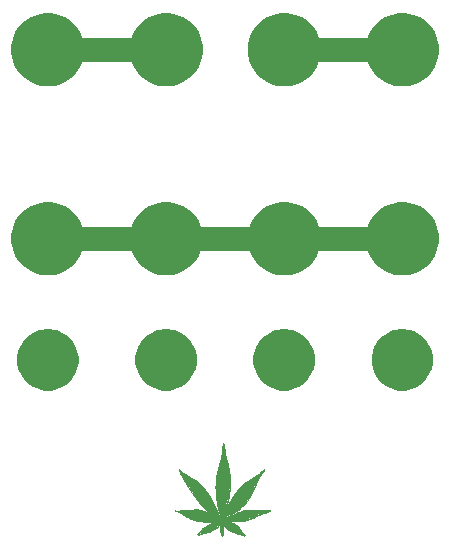
<source format=gbr>
G04 #@! TF.GenerationSoftware,KiCad,Pcbnew,(5.1.5-0)*
G04 #@! TF.CreationDate,2021-01-20T17:01:45-08:00*
G04 #@! TF.ProjectId,4seq,34736571-2e6b-4696-9361-645f70636258,rev?*
G04 #@! TF.SameCoordinates,Original*
G04 #@! TF.FileFunction,Soldermask,Top*
G04 #@! TF.FilePolarity,Negative*
%FSLAX46Y46*%
G04 Gerber Fmt 4.6, Leading zero omitted, Abs format (unit mm)*
G04 Created by KiCad (PCBNEW (5.1.5-0)) date 2021-01-20 17:01:45*
%MOMM*%
%LPD*%
G04 APERTURE LIST*
%ADD10C,2.000000*%
%ADD11C,0.100000*%
%ADD12C,0.000002*%
%ADD13C,0.001000*%
G04 APERTURE END LIST*
D10*
X15250000Y-83750000D02*
X5250000Y-83750000D01*
X35250000Y-83750000D02*
X25250000Y-83750000D01*
X35250000Y-99750000D02*
X5250000Y-99750000D01*
D11*
G36*
X20660400Y-123747650D02*
G01*
X21212850Y-124027050D01*
X21539875Y-124354075D01*
X21674813Y-124584263D01*
X21906588Y-124854138D01*
X21600200Y-124770000D01*
X21346200Y-124693800D01*
X21168400Y-124630300D01*
X20793750Y-124496950D01*
X20434975Y-124303275D01*
X20174625Y-124017525D01*
X20050800Y-123855600D01*
X20114300Y-123893700D01*
X20088900Y-123830200D01*
X20152400Y-123658750D01*
X20660400Y-123747650D01*
G37*
X20660400Y-123747650D02*
X21212850Y-124027050D01*
X21539875Y-124354075D01*
X21674813Y-124584263D01*
X21906588Y-124854138D01*
X21600200Y-124770000D01*
X21346200Y-124693800D01*
X21168400Y-124630300D01*
X20793750Y-124496950D01*
X20434975Y-124303275D01*
X20174625Y-124017525D01*
X20050800Y-123855600D01*
X20114300Y-123893700D01*
X20088900Y-123830200D01*
X20152400Y-123658750D01*
X20660400Y-123747650D01*
G36*
X19866650Y-123766700D02*
G01*
X19498350Y-124198500D01*
X19060200Y-124471550D01*
X18679200Y-124611250D01*
X17929900Y-124776350D01*
X18412500Y-124249300D01*
X18806200Y-123982600D01*
X19174500Y-123779400D01*
X19644400Y-123703200D01*
X19669800Y-123703200D01*
X19866650Y-123766700D01*
G37*
X19866650Y-123766700D02*
X19498350Y-124198500D01*
X19060200Y-124471550D01*
X18679200Y-124611250D01*
X17929900Y-124776350D01*
X18412500Y-124249300D01*
X18806200Y-123982600D01*
X19174500Y-123779400D01*
X19644400Y-123703200D01*
X19669800Y-123703200D01*
X19866650Y-123766700D01*
G36*
X23073400Y-122738000D02*
G01*
X23505200Y-122763400D01*
X24083207Y-122773943D01*
X23403600Y-122928500D01*
X22971800Y-123119000D01*
X22628900Y-123334900D01*
X22209800Y-123500000D01*
X21676400Y-123588900D01*
X21231900Y-123614300D01*
X20654050Y-123595250D01*
X20076200Y-123576200D01*
X20012700Y-123500000D01*
X20228600Y-123436500D01*
X20235585Y-123385700D01*
X20551815Y-123258700D01*
X21085850Y-123030100D01*
X21638300Y-122826900D01*
X22032000Y-122712600D01*
X22476500Y-122712600D01*
X23073400Y-122738000D01*
G37*
X23073400Y-122738000D02*
X23505200Y-122763400D01*
X24083207Y-122773943D01*
X23403600Y-122928500D01*
X22971800Y-123119000D01*
X22628900Y-123334900D01*
X22209800Y-123500000D01*
X21676400Y-123588900D01*
X21231900Y-123614300D01*
X20654050Y-123595250D01*
X20076200Y-123576200D01*
X20012700Y-123500000D01*
X20228600Y-123436500D01*
X20235585Y-123385700D01*
X20551815Y-123258700D01*
X21085850Y-123030100D01*
X21638300Y-122826900D01*
X22032000Y-122712600D01*
X22476500Y-122712600D01*
X23073400Y-122738000D01*
G36*
X23060700Y-120083700D02*
G01*
X22819400Y-120579000D01*
X22616200Y-121036200D01*
X22355850Y-121556900D01*
X22082800Y-121912500D01*
X21771650Y-122325250D01*
X21301750Y-122718950D01*
X20800100Y-123055500D01*
X19695200Y-123652400D01*
X19720600Y-123322200D01*
X20025400Y-123271400D01*
X20273050Y-122833250D01*
X20488950Y-122369700D01*
X20654050Y-122039500D01*
X20838200Y-121747400D01*
X21003300Y-121429900D01*
X21282700Y-121074300D01*
X21562100Y-120756800D01*
X21892300Y-120464700D01*
X22235200Y-120236100D01*
X22616200Y-119982100D01*
X23009900Y-119715400D01*
X23543300Y-119321700D01*
X23060700Y-120083700D01*
G37*
X23060700Y-120083700D02*
X22819400Y-120579000D01*
X22616200Y-121036200D01*
X22355850Y-121556900D01*
X22082800Y-121912500D01*
X21771650Y-122325250D01*
X21301750Y-122718950D01*
X20800100Y-123055500D01*
X19695200Y-123652400D01*
X19720600Y-123322200D01*
X20025400Y-123271400D01*
X20273050Y-122833250D01*
X20488950Y-122369700D01*
X20654050Y-122039500D01*
X20838200Y-121747400D01*
X21003300Y-121429900D01*
X21282700Y-121074300D01*
X21562100Y-120756800D01*
X21892300Y-120464700D01*
X22235200Y-120236100D01*
X22616200Y-119982100D01*
X23009900Y-119715400D01*
X23543300Y-119321700D01*
X23060700Y-120083700D01*
G36*
X20215900Y-117950100D02*
G01*
X20317500Y-118432700D01*
X20431800Y-118889900D01*
X20514350Y-119220100D01*
X20577850Y-119601100D01*
X20622300Y-120121800D01*
X20622300Y-120655200D01*
X20571500Y-121239400D01*
X20508000Y-121760100D01*
X20365125Y-122255400D01*
X20066675Y-123271400D01*
X19853950Y-123220600D01*
X19619000Y-122306200D01*
X19445962Y-121442600D01*
X19461837Y-120655200D01*
X19514225Y-119994800D01*
X19676150Y-119220100D01*
X19911100Y-118407300D01*
X20038100Y-117632600D01*
X20101600Y-117111900D01*
X20215900Y-117950100D01*
G37*
X20215900Y-117950100D02*
X20317500Y-118432700D01*
X20431800Y-118889900D01*
X20514350Y-119220100D01*
X20577850Y-119601100D01*
X20622300Y-120121800D01*
X20622300Y-120655200D01*
X20571500Y-121239400D01*
X20508000Y-121760100D01*
X20365125Y-122255400D01*
X20066675Y-123271400D01*
X19853950Y-123220600D01*
X19619000Y-122306200D01*
X19445962Y-121442600D01*
X19461837Y-120655200D01*
X19514225Y-119994800D01*
X19676150Y-119220100D01*
X19911100Y-118407300D01*
X20038100Y-117632600D01*
X20101600Y-117111900D01*
X20215900Y-117950100D01*
G36*
X16596400Y-119524900D02*
G01*
X16913900Y-119766200D01*
X17479050Y-120083700D01*
X18075950Y-120515500D01*
X18450600Y-120896500D01*
X18850650Y-121461650D01*
X19447550Y-122642750D01*
X19746000Y-123207900D01*
X19758700Y-123220600D01*
X19428500Y-123246000D01*
X19326900Y-123195200D01*
X18971300Y-122947550D01*
X18564900Y-122579250D01*
X18234700Y-122230000D01*
X17879100Y-121798200D01*
X17599700Y-121379100D01*
X17409200Y-121125100D01*
X17155200Y-120667900D01*
X16901200Y-120299600D01*
X16659900Y-119880500D01*
X16380500Y-119321700D01*
X16596400Y-119524900D01*
G37*
X16596400Y-119524900D02*
X16913900Y-119766200D01*
X17479050Y-120083700D01*
X18075950Y-120515500D01*
X18450600Y-120896500D01*
X18850650Y-121461650D01*
X19447550Y-122642750D01*
X19746000Y-123207900D01*
X19758700Y-123220600D01*
X19428500Y-123246000D01*
X19326900Y-123195200D01*
X18971300Y-122947550D01*
X18564900Y-122579250D01*
X18234700Y-122230000D01*
X17879100Y-121798200D01*
X17599700Y-121379100D01*
X17409200Y-121125100D01*
X17155200Y-120667900D01*
X16901200Y-120299600D01*
X16659900Y-119880500D01*
X16380500Y-119321700D01*
X16596400Y-119524900D01*
G36*
X18002925Y-122703075D02*
G01*
X18339475Y-122798325D01*
X18603000Y-122890400D01*
X19301500Y-123296800D01*
X19331980Y-123324740D01*
X19339600Y-123309500D01*
X19339600Y-123322200D01*
X19331980Y-123324740D01*
X19250700Y-123487300D01*
X19644400Y-123627000D01*
X19434850Y-123652400D01*
X19041150Y-123677800D01*
X18564900Y-123677800D01*
X18120400Y-123614300D01*
X17637800Y-123500000D01*
X17244100Y-123385700D01*
X16837700Y-123157100D01*
X16520200Y-122928500D01*
X16113800Y-122801500D01*
X16761500Y-122750700D01*
X17294900Y-122712600D01*
X17758450Y-122706250D01*
X18002925Y-122703075D01*
G37*
X18002925Y-122703075D02*
X18339475Y-122798325D01*
X18603000Y-122890400D01*
X19301500Y-123296800D01*
X19331980Y-123324740D01*
X19339600Y-123309500D01*
X19339600Y-123322200D01*
X19331980Y-123324740D01*
X19250700Y-123487300D01*
X19644400Y-123627000D01*
X19434850Y-123652400D01*
X19041150Y-123677800D01*
X18564900Y-123677800D01*
X18120400Y-123614300D01*
X17637800Y-123500000D01*
X17244100Y-123385700D01*
X16837700Y-123157100D01*
X16520200Y-122928500D01*
X16113800Y-122801500D01*
X16761500Y-122750700D01*
X17294900Y-122712600D01*
X17758450Y-122706250D01*
X18002925Y-122703075D01*
G36*
X20000000Y-123284100D02*
G01*
X19788862Y-123477775D01*
X20007937Y-123573025D01*
X20758825Y-124115950D01*
X20577850Y-124211200D01*
X20000000Y-123754000D01*
X20012700Y-124846200D01*
X19898400Y-124706500D01*
X19892050Y-123817500D01*
X19936500Y-123817500D01*
X19555500Y-123601600D01*
X19269750Y-123449200D01*
X19434850Y-123169800D01*
X20000000Y-123284100D01*
G37*
X20000000Y-123284100D02*
X19788862Y-123477775D01*
X20007937Y-123573025D01*
X20758825Y-124115950D01*
X20577850Y-124211200D01*
X20000000Y-123754000D01*
X20012700Y-124846200D01*
X19898400Y-124706500D01*
X19892050Y-123817500D01*
X19936500Y-123817500D01*
X19555500Y-123601600D01*
X19269750Y-123449200D01*
X19434850Y-123169800D01*
X20000000Y-123284100D01*
D12*
X19479586Y-121596968D02*
X19486414Y-121663404D01*
X16060628Y-122785206D02*
G75*
G02X16062745Y-122780474I8833J-1112D01*
G01*
X16062745Y-122780475D02*
G75*
G02X16067170Y-122777659I6961J-6056D01*
G01*
X16067171Y-122777659D02*
G75*
G02X16076272Y-122775641I21302J-74534D01*
G01*
X16119176Y-122769928D02*
X16076272Y-122775641D01*
X16175382Y-122764579D02*
X16119176Y-122769928D01*
X16249523Y-122759059D02*
X16175382Y-122764579D01*
X16350810Y-122752773D02*
X16249523Y-122759059D01*
X16464250Y-122745535D02*
X16350810Y-122752773D01*
X16555159Y-122738329D02*
X16464250Y-122745535D01*
X16635946Y-122730142D02*
X16555159Y-122738329D01*
X16717522Y-122719967D02*
X16635946Y-122730142D01*
X16795588Y-122710763D02*
X16717522Y-122719967D01*
X16894548Y-122701810D02*
X16795588Y-122710763D01*
X17002731Y-122693949D02*
X16894548Y-122701810D01*
X17110022Y-122688039D02*
X17002731Y-122693949D01*
X17158893Y-122685783D02*
X17110022Y-122688039D01*
X17228084Y-122682592D02*
X17158893Y-122685783D01*
X17303746Y-122679104D02*
X17228084Y-122682592D01*
X17375022Y-122675821D02*
X17303746Y-122679104D01*
X17542892Y-122668843D02*
X17375022Y-122675821D01*
X17717753Y-122663052D02*
X17542892Y-122668843D01*
X17891324Y-122658069D02*
X17717753Y-122663052D01*
X17891324Y-122658069D02*
G75*
G02X17900393Y-122660507I462J-16364D01*
G01*
X17903889Y-122661762D02*
G75*
G02X17900393Y-122660507I1209J8867D01*
G01*
X17919388Y-122663775D02*
X17903889Y-122661762D01*
X17937771Y-122665819D02*
X17919388Y-122663775D01*
X17958715Y-122667713D02*
X17937771Y-122665819D01*
X19470054Y-121487481D02*
X19472649Y-121517124D01*
X20612378Y-123647086D02*
X20657522Y-123650622D01*
X20563537Y-123643388D02*
X20612378Y-123647086D01*
X20518194Y-123640058D02*
X20563537Y-123643388D01*
X20485022Y-123637755D02*
X20518194Y-123640058D01*
X20453615Y-123635486D02*
X20485022Y-123637755D01*
X20414584Y-123632326D02*
X20453615Y-123635486D01*
X20374606Y-123628849D02*
X20414584Y-123632326D01*
X20340022Y-123625579D02*
X20374606Y-123628849D01*
X20278512Y-123620402D02*
X20340022Y-123625579D01*
X20226901Y-123618134D02*
X20278512Y-123620402D01*
X18831364Y-121380665D02*
X18702584Y-121173051D01*
X18960123Y-121610277D02*
X18831364Y-121380665D01*
X20263811Y-123644985D02*
X20225611Y-123637712D01*
X20301820Y-123651668D02*
X20263811Y-123644985D01*
X20327522Y-123655429D02*
X20301820Y-123651668D01*
X20327522Y-123655429D02*
G75*
G02X20415850Y-123671576I-96572J-777952D01*
G01*
X20542223Y-123704860D02*
X20415850Y-123671576D01*
X20681550Y-123747366D02*
X20542223Y-123704860D01*
X20815022Y-123794009D02*
X20681550Y-123747366D01*
X20858649Y-123811046D02*
X20815022Y-123794009D01*
X20904637Y-123830487D02*
X20858649Y-123811046D01*
X20952079Y-123851930D02*
X20904637Y-123830487D01*
X21000085Y-123874987D02*
X20952079Y-123851930D01*
X21000085Y-123874988D02*
G75*
G02X21152408Y-123962179I-639105J-1293158D01*
G01*
X19600081Y-122347260D02*
X19602098Y-122357528D01*
X22620021Y-121015299D02*
G75*
G02X22619743Y-121016562I-3003J0D01*
G01*
X22611209Y-121034952D02*
X22619743Y-121016562D01*
X22601523Y-121055632D02*
X22611209Y-121034952D01*
X22590022Y-121079870D02*
X22601523Y-121055632D01*
X22578521Y-121104146D02*
X22590022Y-121079870D01*
X22568834Y-121124951D02*
X22578521Y-121104146D01*
X22560385Y-121143329D02*
X22568834Y-121124951D01*
X22560021Y-121144995D02*
G75*
G02X22560385Y-121143329I3995J0D01*
G01*
X22560021Y-121144995D02*
G75*
G02X22559292Y-121148297I-7840J0D01*
G01*
X22520677Y-121231421D02*
X22559292Y-121148297D01*
X22477758Y-121323339D02*
X22520677Y-121231421D01*
X22427442Y-121430277D02*
X22477758Y-121323339D01*
X22404537Y-121478174D02*
X22427442Y-121430277D01*
X22376801Y-121534980D02*
X22404537Y-121478174D01*
X22347730Y-121593998D02*
X22376801Y-121534980D01*
X22347731Y-121593997D02*
G75*
G02X22345022Y-121597777I-12801J6311D01*
G01*
X22343589Y-121599614D02*
G75*
G02X22345022Y-121597777I8150J-4881D01*
G01*
X22340177Y-121605418D02*
X22343588Y-121599615D01*
X22336238Y-121612435D02*
X22340177Y-121605418D01*
X22332041Y-121620277D02*
X22336238Y-121612435D01*
X22323008Y-121637116D02*
X22332041Y-121620277D01*
X22312309Y-121656309D02*
X22323008Y-121637116D01*
X22301117Y-121675799D02*
X22312309Y-121656309D01*
X22290563Y-121693576D02*
X22301117Y-121675799D01*
X22286359Y-121700601D02*
X22290563Y-121693576D01*
X22279895Y-121711546D02*
X22286359Y-121700601D01*
X22272630Y-121723921D02*
X22279895Y-121711546D01*
X22265538Y-121736076D02*
X22272630Y-121723921D01*
X22265539Y-121736076D02*
G75*
G02X22176513Y-121874537I-1594117J927112D01*
G01*
X22060765Y-122028716D02*
X22176513Y-121874537D01*
X21929379Y-122185115D02*
X22060765Y-122028716D01*
X21792561Y-122330767D02*
X21929379Y-122185115D01*
X21792561Y-122330767D02*
G75*
G02X21512462Y-122588051I-2992746J2977019D01*
G01*
X21202444Y-122826945D02*
X21512462Y-122588051D01*
X20846530Y-123058868D02*
X21202444Y-122826945D01*
X20427522Y-123295384D02*
X20846530Y-123058868D01*
X20407210Y-123306206D02*
X20427522Y-123295384D01*
X20383256Y-123319049D02*
X20407210Y-123306206D01*
X20359541Y-123331825D02*
X20383256Y-123319049D01*
X20340022Y-123342411D02*
X20359541Y-123331825D01*
X20322766Y-123351769D02*
X20340022Y-123342411D01*
X20306062Y-123360749D02*
X20322766Y-123351769D01*
X20291782Y-123368359D02*
X20306062Y-123360749D01*
X20284097Y-123372337D02*
X20291782Y-123368359D01*
X20267847Y-123382144D02*
G75*
G02X20284097Y-123372337I73169J-102870D01*
G01*
X20251467Y-123395234D02*
G75*
G02X20267847Y-123382145I125077J-139731D01*
G01*
X20238112Y-123408375D02*
G75*
G02X20251467Y-123395234I145858J-134885D01*
G01*
X20235021Y-123416267D02*
G75*
G02X20238111Y-123408375I11624J0D01*
G01*
X20235871Y-123419781D02*
G75*
G02X20235022Y-123416267I6849J3514D01*
G01*
X20238155Y-123421737D02*
G75*
G02X20235870Y-123419780I1247J3768D01*
G01*
X20242397Y-123422198D02*
G75*
G02X20238155Y-123421737I-1044J10127D01*
G01*
X20249641Y-123421103D02*
G75*
G02X20242398Y-123422199I-15184J75919D01*
G01*
X20268149Y-123415366D02*
G75*
G02X20249641Y-123421104I-36945J86448D01*
G01*
X20328992Y-123389023D02*
X20268149Y-123415366D01*
X20396972Y-123358528D02*
X20328992Y-123389023D01*
X20465022Y-123326643D02*
X20396972Y-123358528D01*
X20488044Y-123315656D02*
X20465022Y-123326643D01*
X20513850Y-123303400D02*
X20488044Y-123315656D01*
X20538478Y-123291750D02*
X20513850Y-123303400D01*
X20557522Y-123282798D02*
X20538478Y-123291750D01*
X20577497Y-123273393D02*
X20557522Y-123282798D01*
X20605600Y-123260054D02*
X20577497Y-123273393D01*
X20636247Y-123245444D02*
X20605600Y-123260054D01*
X20665022Y-123231661D02*
X20636247Y-123245444D01*
X20719936Y-123205361D02*
X20665022Y-123231661D01*
X20761702Y-123185535D02*
X20719936Y-123205361D01*
X20796707Y-123169148D02*
X20761702Y-123185535D01*
X20830022Y-123153816D02*
X20796707Y-123169148D01*
X20865354Y-123137574D02*
X20830022Y-123153816D01*
X20931774Y-123106749D02*
X20865354Y-123137574D01*
X20999694Y-123075132D02*
X20931774Y-123106749D01*
X21047522Y-123052733D02*
X20999694Y-123075132D01*
X21194502Y-122984657D02*
X21047522Y-123052733D01*
X21345333Y-122916903D02*
X21194502Y-122984657D01*
X21483653Y-122856658D02*
X21345333Y-122916903D01*
X21590022Y-122812680D02*
X21483653Y-122856658D01*
X21643337Y-122791611D02*
X21590022Y-122812680D01*
X21678135Y-122778359D02*
X21643337Y-122791611D01*
X21707932Y-122767769D02*
X21678135Y-122778359D01*
X21742522Y-122756289D02*
X21707932Y-122767769D01*
X21801620Y-122738467D02*
X21742522Y-122756289D01*
X21863071Y-122722384D02*
X21801620Y-122738467D01*
X21924574Y-122708597D02*
X21863071Y-122722384D01*
X21983822Y-122697669D02*
X21924574Y-122708597D01*
X22025789Y-122691782D02*
X21983822Y-122697669D01*
X22061324Y-122688975D02*
X22025789Y-122691782D01*
X22105896Y-122688261D02*
X22061324Y-122688975D01*
X22186322Y-122689370D02*
X22105896Y-122688261D01*
X22243234Y-122690735D02*
X22186322Y-122689370D01*
X22301607Y-122692737D02*
X22243234Y-122690735D01*
X22353546Y-122695032D02*
X22301607Y-122692737D01*
X22387522Y-122697267D02*
X22353546Y-122695032D01*
X22418287Y-122699702D02*
X22387522Y-122697267D01*
X22457662Y-122702627D02*
X22418287Y-122699702D01*
X22498691Y-122705545D02*
X22457662Y-122702627D01*
X22535022Y-122707990D02*
X22498691Y-122705545D01*
X22572057Y-122710418D02*
X22535022Y-122707990D01*
X22615318Y-122713293D02*
X22572057Y-122710418D01*
X22657867Y-122716150D02*
X22615318Y-122713293D01*
X22692522Y-122718510D02*
X22657867Y-122716150D01*
X22745145Y-122720680D02*
X22692522Y-122718510D01*
X22937897Y-122723130D02*
X22745145Y-122720680D01*
X23166132Y-122725346D02*
X22937897Y-122723130D01*
X23422522Y-122726997D02*
X23166132Y-122725346D01*
X23760194Y-122728974D02*
X23422522Y-122726997D01*
X23946598Y-122730953D02*
X23760194Y-122728974D01*
X24075267Y-122733028D02*
X23946598Y-122730953D01*
X24075267Y-122733028D02*
G75*
G02X24088772Y-122736729I-500J-28318D01*
G01*
X24088772Y-122736728D02*
G75*
G02X24097766Y-122745160I-13045J-22929D01*
G01*
X24097766Y-122745160D02*
G75*
G02X24100023Y-122755412I-12281J-8079D01*
G01*
X24100023Y-122755413D02*
G75*
G02X24094871Y-122765674I-18220J2725D01*
G01*
X24094870Y-122765673D02*
G75*
G02X24083207Y-122773943I-29662J29474D01*
G01*
X24083208Y-122773944D02*
G75*
G02X24065174Y-122781131I-63623J133418D01*
G01*
X24000776Y-122801805D02*
X24065174Y-122781131D01*
X23938093Y-122821392D02*
X24000776Y-122801805D01*
X23902522Y-122831377D02*
X23938093Y-122821392D01*
X23773171Y-122868169D02*
X23902522Y-122831377D01*
X23598786Y-122925203D02*
X23773171Y-122868169D01*
X23419767Y-122988251D02*
X23598786Y-122925203D01*
X23272522Y-123045274D02*
X23419767Y-122988251D01*
X23149199Y-123098078D02*
X23272522Y-123045274D01*
X23003927Y-123164591D02*
X23149199Y-123098078D01*
X22862600Y-123232490D02*
X23003927Y-123164591D01*
X22752522Y-123289199D02*
X22862600Y-123232490D01*
X22618504Y-123360433D02*
X22752522Y-123289199D01*
X22533440Y-123402696D02*
X22618504Y-123360433D01*
X22458987Y-123435131D02*
X22533440Y-123402696D01*
X22367522Y-123470178D02*
X22458987Y-123435131D01*
X22292423Y-123497307D02*
X22367522Y-123470178D01*
X22252851Y-123510723D02*
X22292423Y-123497307D01*
X22213400Y-123522598D02*
X22252851Y-123510723D01*
X22140022Y-123543034D02*
X22213400Y-123522598D01*
X22020804Y-123572545D02*
X22140022Y-123543034D01*
X21883620Y-123600279D02*
X22020804Y-123572545D01*
X21745884Y-123623156D02*
X21883620Y-123600279D01*
X21625022Y-123637838D02*
X21745884Y-123623156D01*
X21601013Y-123640138D02*
X21625022Y-123637838D01*
X21566506Y-123643487D02*
X21601013Y-123640138D01*
X21528547Y-123647195D02*
X21566506Y-123643487D01*
X21492522Y-123650739D02*
X21528547Y-123647195D01*
X21358935Y-123658145D02*
X21492522Y-123650739D01*
X21086190Y-123659806D02*
X21358935Y-123658145D01*
X20813070Y-123657895D02*
X21086190Y-123659806D01*
X20657522Y-123650622D02*
X20813070Y-123657895D01*
X20184700Y-123617876D02*
X20226901Y-123618134D01*
X20180021Y-123622584D02*
G75*
G02X20184700Y-123617876I4709J-1D01*
G01*
X20181145Y-123624719D02*
G75*
G02X20180022Y-123622585I1466J2134D01*
G01*
X20185529Y-123627293D02*
G75*
G02X20181144Y-123624719I15819J31971D01*
G01*
X19110636Y-121888155D02*
X19094341Y-121858062D01*
X19121221Y-121907777D02*
X19110636Y-121888155D01*
X20511249Y-122283226D02*
X20464982Y-122380277D01*
X20596807Y-122112328D02*
X20511249Y-122283226D01*
X20683548Y-121941636D02*
X20596807Y-122112328D01*
X20724269Y-121866527D02*
X20683548Y-121941636D01*
X20738678Y-121841366D02*
X20724269Y-121866527D01*
X20749929Y-121821636D02*
X20738678Y-121841366D01*
X20759609Y-121804555D02*
X20749929Y-121821636D01*
X20769048Y-121787777D02*
X20759609Y-121804555D01*
X20775983Y-121775624D02*
X20769048Y-121787777D01*
X20787590Y-121755731D02*
X20775983Y-121775624D01*
X20800976Y-121732985D02*
X20787590Y-121755731D01*
X20814458Y-121710277D02*
X20800976Y-121732985D01*
X20827575Y-121688268D02*
X20814458Y-121710277D01*
X20839864Y-121667624D02*
X20827575Y-121688268D01*
X20850197Y-121650243D02*
X20839864Y-121667624D01*
X20854889Y-121642307D02*
X20850197Y-121650243D01*
X20899259Y-121570233D02*
X20854889Y-121642307D01*
X20962393Y-121473837D02*
X20899259Y-121570233D01*
X21029939Y-121374271D02*
X20962393Y-121473837D01*
X21089543Y-121290277D02*
X21029939Y-121374271D01*
X21146819Y-121213641D02*
X21089543Y-121290277D01*
X21217177Y-121123061D02*
X21146819Y-121213641D01*
X21284639Y-121038542D02*
X21217177Y-121123061D01*
X21327847Y-120987777D02*
X21284639Y-121038542D01*
X22635064Y-120981889D02*
X22644416Y-120961958D01*
X22627187Y-120998945D02*
X22635064Y-120981889D01*
X22620294Y-121014044D02*
X22627187Y-120998945D01*
X22620022Y-121015299D02*
G75*
G02X22620294Y-121014044I3026J0D01*
G01*
X19075985Y-121824222D02*
X19058037Y-121791194D01*
X19094341Y-121858062D02*
X19075985Y-121824222D01*
X21912904Y-124882618D02*
G75*
G02X21912962Y-124890934I-10582J-4233D01*
G01*
X21912961Y-124890934D02*
G75*
G02X21910571Y-124893771I-5287J2029D01*
G01*
X21910571Y-124893771D02*
G75*
G02X21905675Y-124895933I-11328J19028D01*
G01*
X21905675Y-124895934D02*
G75*
G02X21898837Y-124897326I-10822J35655D01*
G01*
X21898838Y-124897325D02*
G75*
G02X21890414Y-124897777I-8424J78322D01*
G01*
X20393609Y-122541378D02*
X20385721Y-122560277D01*
X20420843Y-122479384D02*
X20393609Y-122541378D01*
X20447720Y-122418594D02*
X20420843Y-122479384D01*
X20464982Y-122380277D02*
X20447720Y-122418594D01*
X21890414Y-124897778D02*
G75*
G02X21875921Y-124896825I0J110737D01*
G01*
X21875921Y-124896825D02*
G75*
G02X21863016Y-124893965I9971J75534D01*
G01*
X21863016Y-124893965D02*
G75*
G02X21846281Y-124887761I53575J170197D01*
G01*
X21815022Y-124874046D02*
X21846281Y-124887761D01*
X21751838Y-124847762D02*
X21815022Y-124874046D01*
X21685736Y-124824319D02*
X21751838Y-124847762D01*
X21614120Y-124802862D02*
X21685736Y-124824319D01*
X21534294Y-124782548D02*
X21614120Y-124802862D01*
X21397606Y-124749292D02*
X21534294Y-124782548D01*
X19130128Y-121924323D02*
X19121221Y-121907777D01*
X19140235Y-121943074D02*
X19130128Y-121924323D01*
X20253305Y-122886243D02*
X20244490Y-122906661D01*
X20263179Y-122862378D02*
X20253305Y-122886243D01*
X20274497Y-122834151D02*
X20263179Y-122862378D01*
X20287768Y-122800277D02*
X20274497Y-122834151D01*
X20293655Y-122785324D02*
X20287768Y-122800277D01*
X20300109Y-122769333D02*
X20293655Y-122785324D01*
X20306173Y-122754627D02*
X20300109Y-122769333D01*
X21152408Y-123962178D02*
G75*
G02X21290509Y-124065987I-743206J-1132487D01*
G01*
X21290509Y-124065987D02*
G75*
G02X21408604Y-124181641I-808447J-943632D01*
G01*
X21408604Y-124181641D02*
G75*
G02X21501099Y-124304225I-691614J-618042D01*
G01*
X21593113Y-124447827D02*
X21501099Y-124304225D01*
X21658325Y-124544131D02*
X21593113Y-124447827D01*
X21719278Y-124626381D02*
X21658325Y-124544131D01*
X21794380Y-124720045D02*
X21719278Y-124626381D01*
X21837947Y-124772822D02*
X21794380Y-124720045D01*
X21851771Y-124789809D02*
X21837947Y-124772822D01*
X21862079Y-124803035D02*
X21851771Y-124789809D01*
X19634498Y-119270277D02*
X19620636Y-119320269D01*
X20310691Y-122744082D02*
X20306173Y-122754627D01*
X20314264Y-122735606D02*
X20310691Y-122744082D01*
X20317281Y-122727667D02*
X20314264Y-122735606D01*
X20319553Y-122720959D02*
X20317281Y-122727667D01*
X20320021Y-122717966D02*
G75*
G02X20319553Y-122720959I-9805J0D01*
G01*
X20320021Y-122717965D02*
G75*
G02X20320501Y-122714968I9600J-1D01*
G01*
X20322848Y-122708209D02*
X20320501Y-122714968D01*
X20325958Y-122700210D02*
X20322848Y-122708209D01*
X20329642Y-122691661D02*
X20325958Y-122700210D01*
X20343866Y-122659784D02*
X20329642Y-122691661D01*
X20352969Y-122638632D02*
X20343866Y-122659784D01*
X20359166Y-122623491D02*
X20352969Y-122638632D01*
X20360007Y-122619082D02*
G75*
G02X20359166Y-122623491I-11749J-43D01*
G01*
X20360007Y-122619082D02*
G75*
G02X20360459Y-122616632I6738J25D01*
G01*
X20363194Y-122609786D02*
X20360459Y-122616632D01*
X20366707Y-122601673D02*
X20363194Y-122609786D01*
X20370874Y-122592777D02*
X20366707Y-122601673D01*
X20375330Y-122583430D02*
X20370874Y-122592777D01*
X20379723Y-122573949D02*
X20375330Y-122583430D01*
X20383495Y-122565577D02*
X20379723Y-122573949D01*
X20385721Y-122560277D02*
X20383495Y-122565577D01*
X21877281Y-124823316D02*
X21862079Y-124803035D01*
X21893683Y-124846689D02*
X21877281Y-124823316D01*
X21893683Y-124846690D02*
G75*
G02X21905528Y-124866666I-194982J-129113D01*
G01*
X21905528Y-124866666D02*
G75*
G02X21912903Y-124882618I-148143J-78170D01*
G01*
X21337272Y-120977192D02*
X21327847Y-120987777D01*
X21357031Y-120954856D02*
X21337272Y-120977192D01*
X21380430Y-120928361D02*
X21357031Y-120954856D01*
X21405193Y-120900277D02*
X21380430Y-120928361D01*
X21513704Y-120783304D02*
X21405193Y-120900277D01*
X21646053Y-120652079D02*
X21513704Y-120783304D01*
X21777297Y-120530085D02*
X21646053Y-120652079D01*
X21880250Y-120444220D02*
X21777297Y-120530085D01*
X21967428Y-120378727D02*
X21880250Y-120444220D01*
X22046415Y-120323278D02*
X21967428Y-120378727D01*
X22148457Y-120256351D02*
X22046415Y-120323278D01*
X22327522Y-120142769D02*
X22148457Y-120256351D01*
X22389629Y-120103344D02*
X22327522Y-120142769D01*
X22456365Y-120060469D02*
X22389629Y-120103344D01*
X22517965Y-120020471D02*
X22456365Y-120060469D01*
X22562522Y-119990991D02*
X22517965Y-120020471D01*
X22697222Y-119899298D02*
X22562522Y-119990991D01*
X22820866Y-119812251D02*
X22697222Y-119899298D01*
X22968690Y-119704774D02*
X22820866Y-119812251D01*
X23190022Y-119540957D02*
X22968690Y-119704774D01*
X23233928Y-119508350D02*
X23190022Y-119540957D01*
X23276959Y-119476446D02*
X23233928Y-119508350D01*
X23314011Y-119449020D02*
X23276959Y-119476446D01*
X23335022Y-119433543D02*
X23314011Y-119449020D01*
X23351209Y-119421646D02*
X23335022Y-119433543D01*
X23368850Y-119408643D02*
X23351209Y-119421646D01*
X23385320Y-119396471D02*
X23368850Y-119408643D01*
X23397522Y-119387414D02*
X23385320Y-119396471D01*
X23437477Y-119359270D02*
X23397522Y-119387414D01*
X23492952Y-119323208D02*
X23437477Y-119359270D01*
X23549438Y-119287759D02*
X23492952Y-119323208D01*
X23549438Y-119287760D02*
G75*
G02X23564761Y-119281269I28471J-45884D01*
G01*
X23564761Y-119281268D02*
G75*
G02X23577504Y-119279947I10974J-43717D01*
G01*
X23577504Y-119279947D02*
G75*
G02X23584070Y-119284069I-305J-7776D01*
G01*
X23584070Y-119284070D02*
G75*
G02X23584527Y-119292656I-8997J-4784D01*
G01*
X23584527Y-119292655D02*
G75*
G02X23577667Y-119305539I-63438J25510D01*
G01*
X23565329Y-119322507D02*
X23577667Y-119305539D01*
X23545976Y-119346851D02*
X23565329Y-119322507D01*
X23526429Y-119370518D02*
X23545976Y-119346851D01*
X23526429Y-119370517D02*
G75*
G02X23516963Y-119380277I-72727J61071D01*
G01*
X23499895Y-119398072D02*
G75*
G02X23516963Y-119380277I123500J-101373D01*
G01*
X23445948Y-119464257D02*
X23499895Y-119398072D01*
X23391922Y-119531904D02*
X23445948Y-119464257D01*
X23351038Y-119585277D02*
X23391922Y-119531904D01*
X23274034Y-119693698D02*
X23351038Y-119585277D01*
X23213980Y-119789678D02*
X23274034Y-119693698D01*
X23148409Y-119910452D02*
X23213980Y-119789678D01*
X23045463Y-120115277D02*
X23148409Y-119910452D01*
X23012314Y-120182396D02*
X23045463Y-120115277D01*
X22982337Y-120243418D02*
X23012314Y-120182396D01*
X22957300Y-120294652D02*
X22982337Y-120243418D01*
X22948740Y-120312777D02*
X22957300Y-120294652D01*
X22933870Y-120344997D02*
X22948740Y-120312777D01*
X22898656Y-120420485D02*
X22933870Y-120344997D01*
X22863434Y-120495815D02*
X22898656Y-120420485D01*
X22842505Y-120540277D02*
X22863434Y-120495815D01*
X22836270Y-120553483D02*
X22842505Y-120540277D01*
X22826572Y-120574090D02*
X22836270Y-120553483D01*
X22815623Y-120597387D02*
X22826572Y-120574090D01*
X22804881Y-120620277D02*
X22815623Y-120597387D01*
X22752656Y-120731614D02*
X22804881Y-120620277D01*
X22705466Y-120832138D02*
X22752656Y-120731614D01*
X22666565Y-120914935D02*
X22705466Y-120832138D01*
X22644416Y-120961958D02*
X22666565Y-120914935D01*
X19456089Y-120270173D02*
X19450432Y-120347777D01*
X19491414Y-119934273D02*
X19489359Y-119951746D01*
X19499812Y-121775277D02*
X19502112Y-121791881D01*
X17220022Y-123404199D02*
X17285345Y-123431444D01*
X17172193Y-123382386D02*
X17220022Y-123404199D01*
X17096008Y-123345116D02*
X17172193Y-123382386D01*
X17013874Y-123304229D02*
X17096008Y-123345116D01*
X17958715Y-122667712D02*
G75*
G02X18037077Y-122677867I-68767J-838110D01*
G01*
X18134167Y-122697547D02*
X18037077Y-122677867D01*
X18238541Y-122723880D02*
X18134167Y-122697547D01*
X18340022Y-122754629D02*
X18238541Y-122723880D01*
X18411345Y-122778648D02*
X18340022Y-122754629D01*
X18462918Y-122797344D02*
X18411345Y-122778648D01*
X18514767Y-122818060D02*
X18462918Y-122797344D01*
X18587522Y-122848978D02*
X18514767Y-122818060D01*
X18636095Y-122871297D02*
X18587522Y-122848978D01*
X18722054Y-122913707D02*
X18636095Y-122871297D01*
X18807800Y-122957003D02*
X18722054Y-122913707D01*
X18857522Y-122983724D02*
X18807800Y-122957003D01*
X18874485Y-122993290D02*
X18857522Y-122983724D01*
X18892381Y-123003359D02*
X18874485Y-122993290D01*
X18908665Y-123012503D02*
X18892381Y-123003359D01*
X18920022Y-123018855D02*
X18908665Y-123012503D01*
X18967579Y-123046350D02*
X18920022Y-123018855D01*
X19029264Y-123083880D02*
X18967579Y-123046350D01*
X19094127Y-123124579D02*
X19029264Y-123083880D01*
X19152522Y-123162529D02*
X19094127Y-123124579D01*
X19269621Y-123239782D02*
X19152522Y-123162529D01*
X19284217Y-123242895D02*
G75*
G02X19269621Y-123239782I-3296J20324D01*
G01*
X19285880Y-123236626D02*
G75*
G02X19284217Y-123242894I-2231J-2763D01*
G01*
X19186635Y-123156997D02*
X19285879Y-123236626D01*
X19076355Y-123068615D02*
X19186635Y-123156997D01*
X18955655Y-122971064D02*
X19076355Y-123068615D01*
X18846190Y-122882022D02*
X18955655Y-122971064D01*
X18797522Y-122841366D02*
X18846190Y-122882022D01*
X18560218Y-122628564D02*
X18797522Y-122841366D01*
X18331976Y-122403889D02*
X18560218Y-122628564D01*
X18126302Y-122181368D02*
X18331976Y-122403889D01*
X17957522Y-121975413D02*
X18126302Y-122181368D01*
X17947035Y-121961730D02*
X17957522Y-121975413D01*
X17930933Y-121940881D02*
X17947035Y-121961730D01*
X17912804Y-121917489D02*
X17930933Y-121940881D01*
X17895094Y-121894720D02*
X17912804Y-121917489D01*
X17850771Y-121836679D02*
X17895094Y-121894720D01*
X17798022Y-121765362D02*
X17850771Y-121836679D01*
X17743294Y-121689659D02*
X17798022Y-121765362D01*
X17692611Y-121617777D02*
X17743294Y-121689659D01*
X17615794Y-121505183D02*
X17692611Y-121617777D01*
X17503314Y-121336047D02*
X17615794Y-121505183D01*
X17392960Y-121168079D02*
X17503314Y-121336047D01*
X17327810Y-121065811D02*
X17392960Y-121168079D01*
X17312852Y-121041839D02*
X17327810Y-121065811D01*
X17293501Y-121011028D02*
X17312852Y-121041839D01*
X17273210Y-120978853D02*
X17293501Y-121011028D01*
X17255098Y-120950277D02*
X17273210Y-120978853D01*
X17232466Y-120914465D02*
X17255098Y-120950277D01*
X17194344Y-120853699D02*
X17232466Y-120914465D01*
X17150478Y-120783586D02*
X17194344Y-120853699D01*
X17106299Y-120712777D02*
X17150478Y-120783586D01*
X17063762Y-120644522D02*
X17106299Y-120712777D01*
X17024866Y-120582137D02*
X17063762Y-120644522D01*
X16992249Y-120529846D02*
X17024866Y-120582137D01*
X16980010Y-120510277D02*
X16992249Y-120529846D01*
X16937630Y-120441590D02*
X16980010Y-120510277D01*
X16867790Y-120326106D02*
X16937630Y-120441590D01*
X16797729Y-120209490D02*
X16867790Y-120326106D01*
X16772165Y-120165277D02*
X16797729Y-120209490D01*
X16769328Y-120160248D02*
X16772165Y-120165277D01*
X16765217Y-120153074D02*
X16769328Y-120160248D01*
X16760674Y-120145211D02*
X16765217Y-120153074D01*
X16756342Y-120137777D02*
X16760674Y-120145211D01*
X16727044Y-120087083D02*
X16756342Y-120137777D01*
X16668968Y-119985057D02*
X16727044Y-120087083D01*
X16610346Y-119881702D02*
X16668968Y-119985057D01*
X16588754Y-119842777D02*
X16610346Y-119881702D01*
X16579351Y-119825536D02*
X16588754Y-119842777D01*
X16567835Y-119804543D02*
X16579351Y-119825536D01*
X16556140Y-119783314D02*
X16567835Y-119804543D01*
X16546150Y-119765277D02*
X16556140Y-119783314D01*
X16517394Y-119710797D02*
X16546150Y-119765277D01*
X16462647Y-119600518D02*
X16517394Y-119710797D01*
X16402078Y-119477345D02*
X16462647Y-119600518D01*
X16402079Y-119477345D02*
G75*
G02X16400022Y-119468491I18028J8854D01*
G01*
X16399530Y-119465636D02*
G75*
G02X16400022Y-119468491I-8045J-2855D01*
G01*
X16397209Y-119459477D02*
X16399530Y-119465636D01*
X16394113Y-119452210D02*
X16397209Y-119459477D01*
X16390446Y-119444500D02*
X16394113Y-119452210D01*
X16390446Y-119444500D02*
G75*
G02X16375567Y-119410779I353949J176315D01*
G01*
X16362376Y-119372674D02*
X16375567Y-119410779D01*
X16352797Y-119337022D02*
X16362376Y-119372674D01*
X16352798Y-119337021D02*
G75*
G02X16350022Y-119312709I105091J24312D01*
G01*
X16350022Y-119312709D02*
G75*
G02X16352313Y-119301889I26694J0D01*
G01*
X16352313Y-119301889D02*
G75*
G02X16358734Y-119293767I19006J-8428D01*
G01*
X16358734Y-119293767D02*
G75*
G02X16368045Y-119289963I11741J-15439D01*
G01*
X16368045Y-119289963D02*
G75*
G02X16378409Y-119291121I2783J-22042D01*
G01*
X19299378Y-123249505D02*
G75*
G02X19307816Y-123255118I-42084J-72409D01*
G01*
X19293690Y-123248010D02*
G75*
G02X19299378Y-123249505I137J-11046D01*
G01*
X19292163Y-123250169D02*
G75*
G02X19293690Y-123248010I1547J525D01*
G01*
X19295021Y-123255277D02*
G75*
G02X19292163Y-123250169I12406J10295D01*
G01*
X19298004Y-123258135D02*
G75*
G02X19295022Y-123255277I10995J14458D01*
G01*
X19301808Y-123260528D02*
G75*
G02X19298004Y-123258136I11528J22553D01*
G01*
X19305813Y-123262133D02*
G75*
G02X19301808Y-123260528I6762J22671D01*
G01*
X19309384Y-123262619D02*
G75*
G02X19305813Y-123262133I-229J11691D01*
G01*
X19313439Y-123262263D02*
G75*
G02X19309384Y-123262618I-4642J29680D01*
G01*
X19314221Y-123261131D02*
G75*
G02X19313438Y-123262263I-929J-194D01*
G01*
X19313100Y-123259282D02*
G75*
G02X19314221Y-123261131I-2062J-2515D01*
G01*
X19307816Y-123255118D02*
X19313100Y-123259282D01*
X20082574Y-117069496D02*
G75*
G02X20091771Y-117060571I24520J-16067D01*
G01*
X20091771Y-117060571D02*
G75*
G02X20102879Y-117057745I10107J-16484D01*
G01*
X20102879Y-117057745D02*
G75*
G02X20113607Y-117061707I-996J-19203D01*
G01*
X20113606Y-117061707D02*
G75*
G02X20121759Y-117071527I-17650J-22947D01*
G01*
X20121760Y-117071527D02*
G75*
G02X20133695Y-117104885I-124673J-63421D01*
G01*
X20149153Y-117180779D02*
X20133695Y-117104885D01*
X20166249Y-117280893D02*
X20149153Y-117180779D01*
X20184771Y-117407777D02*
X20166249Y-117280893D01*
X20189195Y-117439649D02*
X20184771Y-117407777D01*
X20193664Y-117471324D02*
X20189195Y-117439649D01*
X20197609Y-117498853D02*
X20193664Y-117471324D01*
X20200058Y-117515277D02*
X20197609Y-117498853D01*
X20202198Y-117529274D02*
X20200058Y-117515277D01*
X20204846Y-117546746D02*
X20202198Y-117529274D01*
X20207550Y-117564693D02*
X20204846Y-117546746D01*
X20209879Y-117580277D02*
X20207550Y-117564693D01*
X20250474Y-117845675D02*
X20209879Y-117580277D01*
X20282146Y-118033530D02*
X20250474Y-117845675D01*
X20312899Y-118191341D02*
X20282146Y-118033530D01*
X20349454Y-118355379D02*
X20312899Y-118191341D01*
X20374492Y-118458731D02*
X20349454Y-118355379D01*
X20406786Y-118586990D02*
X20374492Y-118458731D01*
X20438947Y-118712230D02*
X20406786Y-118586990D01*
X20449546Y-118747777D02*
X20438947Y-118712230D01*
X20451577Y-118754390D02*
X20449546Y-118747777D01*
X20454324Y-118764684D02*
X20451577Y-118754390D01*
X20457226Y-118776332D02*
X20454324Y-118764684D01*
X20459866Y-118787777D02*
X20457226Y-118776332D01*
X20462509Y-118799406D02*
X20459866Y-118787777D01*
X20465418Y-118811606D02*
X20462509Y-118799406D01*
X20468167Y-118822654D02*
X20465418Y-118811606D01*
X20470219Y-118830277D02*
X20468167Y-118822654D01*
X20491211Y-118911306D02*
X20470219Y-118830277D01*
X20520319Y-119039530D02*
X20491211Y-118911306D01*
X20547583Y-119167148D02*
X20520319Y-119039530D01*
X20560471Y-119240277D02*
X20547583Y-119167148D01*
X20562659Y-119254272D02*
X20560471Y-119240277D01*
X20565675Y-119271746D02*
X20562659Y-119254272D01*
X20568972Y-119289692D02*
X20565675Y-119271746D01*
X20572053Y-119305277D02*
X20568972Y-119289692D01*
X20583969Y-119371401D02*
X20572053Y-119305277D01*
X20598521Y-119470705D02*
X20583969Y-119371401D01*
X20613047Y-119582002D02*
X20598521Y-119470705D01*
X20625375Y-119690277D02*
X20613047Y-119582002D01*
X20633692Y-119777355D02*
X20625375Y-119690277D01*
X20641238Y-119873355D02*
X20633692Y-119777355D01*
X20649412Y-119996795D02*
X20641238Y-119873355D01*
X20659993Y-120175277D02*
X20649412Y-119996795D01*
X20664428Y-120311801D02*
X20659993Y-120175277D01*
X20663207Y-120473699D02*
X20664428Y-120311801D01*
D13*
X20656205Y-120680188D02*
X20663207Y-120473699D01*
X20642243Y-120960277D02*
X20656205Y-120680188D01*
D12*
X20638309Y-121013260D02*
X20642243Y-120960277D01*
X20629073Y-121107488D02*
X20638309Y-121013260D01*
X20618702Y-121204897D02*
X20629073Y-121107488D01*
X20609856Y-121277777D02*
X20618702Y-121204897D01*
X20607613Y-121295020D02*
X20609856Y-121277777D01*
X20604937Y-121316012D02*
X20607613Y-121295020D01*
X20602271Y-121337241D02*
X20604937Y-121316012D01*
X20600050Y-121355277D02*
X20602271Y-121337241D01*
X20597806Y-121372962D02*
X20600050Y-121355277D01*
X20595075Y-121393074D02*
X20597806Y-121372962D01*
X20592299Y-121412476D02*
X20595075Y-121393074D01*
X20589942Y-121427777D02*
X20592299Y-121412476D01*
X20587622Y-121442744D02*
X20589942Y-121427777D01*
X20584972Y-121461012D02*
X20587622Y-121442744D01*
X20582418Y-121479518D02*
X20584972Y-121461012D01*
X20580389Y-121495277D02*
X20582418Y-121479518D01*
X20561335Y-121617675D02*
X20580389Y-121495277D01*
X20521650Y-121819623D02*
X20561335Y-121617675D01*
X20478766Y-122021371D02*
X20521650Y-121819623D01*
X20447485Y-122145277D02*
X20478766Y-122021371D01*
X20444512Y-122155948D02*
X20447485Y-122145277D01*
X20441467Y-122167340D02*
X20444512Y-122155948D01*
X20438776Y-122177807D02*
X20441467Y-122167340D01*
X20436995Y-122185277D02*
X20438776Y-122177807D01*
X20427390Y-122223770D02*
X20436995Y-122185277D01*
X20397648Y-122331388D02*
X20427390Y-122223770D01*
X20367938Y-122437284D02*
X20397648Y-122331388D01*
X20350778Y-122495277D02*
X20367938Y-122437284D01*
X20346460Y-122509274D02*
X20350778Y-122495277D01*
X20341080Y-122526746D02*
X20346460Y-122509274D01*
X20335561Y-122544693D02*
X20341080Y-122526746D01*
X20330776Y-122560277D02*
X20335561Y-122544693D01*
X20313681Y-122614093D02*
X20330776Y-122560277D01*
X20282504Y-122708295D02*
X20313681Y-122614093D01*
X20249871Y-122805470D02*
X20282504Y-122708295D01*
X20224966Y-122877777D02*
X20249871Y-122805470D01*
X20214918Y-122906638D02*
X20224966Y-122877777D01*
X20205745Y-122933387D02*
X20214918Y-122906638D01*
X20198156Y-122955862D02*
X20205745Y-122933387D01*
X20195217Y-122965277D02*
X20198156Y-122955862D01*
X20192515Y-122974002D02*
X20195217Y-122965277D01*
X20186887Y-122990861D02*
X20192515Y-122974002D01*
X20180133Y-123010670D02*
X20186887Y-122990861D01*
X20172951Y-123031307D02*
X20180133Y-123010670D01*
X20155426Y-123084707D02*
X20172951Y-123031307D01*
X20155298Y-123104677D02*
G75*
G02X20155426Y-123084707I33535J9771D01*
G01*
X20162456Y-123105327D02*
G75*
G02X20155299Y-123104677I-3451J1730D01*
G01*
X20182120Y-123062777D02*
X20162455Y-123105327D01*
X20188098Y-123048783D02*
X20182120Y-123062777D01*
X20194664Y-123033598D02*
X20188098Y-123048783D01*
X20200839Y-123019472D02*
X20194664Y-123033598D01*
X20205464Y-123009082D02*
X20200839Y-123019472D01*
X20209124Y-123000664D02*
X20205464Y-123009082D01*
X20212214Y-122992904D02*
X20209124Y-123000664D01*
X20214584Y-122986362D02*
X20212214Y-122992904D01*
X20215021Y-122983771D02*
G75*
G02X20214584Y-122986362I-7897J0D01*
G01*
X20215021Y-122983771D02*
G75*
G02X20215482Y-122981197I7424J0D01*
G01*
X20217959Y-122974785D02*
X20215482Y-122981197D01*
X20221191Y-122967186D02*
X20217959Y-122974785D01*
X20225022Y-122958958D02*
X20221191Y-122967186D01*
X20228851Y-122950659D02*
X20225022Y-122958958D01*
X20232084Y-122942840D02*
X20228851Y-122950659D01*
X20234508Y-122936216D02*
X20232084Y-122942840D01*
X20235021Y-122933153D02*
G75*
G02X20234508Y-122936216I-9398J0D01*
G01*
X20235022Y-122933153D02*
G75*
G02X20235503Y-122930064I10154J0D01*
G01*
X20237803Y-122923264D02*
X20235503Y-122930064D01*
X20240864Y-122915223D02*
X20237803Y-122923264D01*
X20244490Y-122906661D02*
X20240864Y-122915223D01*
X19014682Y-121708855D02*
X19010103Y-121700347D01*
X19014682Y-121708855D02*
G75*
G02X19015022Y-121710212I-2538J-1357D01*
G01*
X19004695Y-121690555D02*
X18998277Y-121679295D01*
X19010103Y-121700347D02*
X19004695Y-121690555D01*
X17013874Y-123304228D02*
G75*
G02X17005022Y-123297537I13556J27135D01*
G01*
X17003092Y-123295897D02*
G75*
G02X17005022Y-123297537I-5453J-8377D01*
G01*
X16995912Y-123291285D02*
X17003091Y-123295898D01*
X16987281Y-123285930D02*
X16995912Y-123291285D01*
X16977522Y-123280101D02*
X16987281Y-123285930D01*
X16967356Y-123274103D02*
X16977522Y-123280101D01*
X16957487Y-123268234D02*
X16967356Y-123274103D01*
X16949047Y-123263177D02*
X16957487Y-123268234D01*
X16944424Y-123260341D02*
X16949047Y-123263177D01*
X16940259Y-123257797D02*
X16944424Y-123260341D01*
X16934094Y-123254150D02*
X16940259Y-123257797D01*
X16927233Y-123250155D02*
X16934094Y-123254150D01*
X16920629Y-123246375D02*
X16927233Y-123250155D01*
X16920629Y-123246375D02*
G75*
G02X16910474Y-123239975I63669J112281D01*
G01*
X16882016Y-123220005D02*
X16910474Y-123239975D01*
X16848261Y-123195940D02*
X16882016Y-123220005D01*
X16811226Y-123169103D02*
X16848261Y-123195940D01*
X16633114Y-123046773D02*
X16811226Y-123169103D01*
X16486099Y-122963678D02*
G75*
G02X16633114Y-123046773I-631554J-1288984D01*
G01*
X16326951Y-122896610D02*
G75*
G02X16486098Y-122963679I-510715J-1434241D01*
G01*
X16108826Y-122824954D02*
X16326951Y-122896611D01*
X16076926Y-122815042D02*
X16108826Y-122824954D01*
X16076927Y-122815042D02*
G75*
G02X16066329Y-122810106I14167J44263D01*
G01*
X16066329Y-122810106D02*
G75*
G02X16061681Y-122804159I5938J9430D01*
G01*
X16061681Y-122804159D02*
G75*
G02X16060076Y-122794254I30438J10015D01*
G01*
X16060076Y-122794254D02*
G75*
G02X16060628Y-122785206I70514J241D01*
G01*
X21285632Y-124719595D02*
X21397606Y-124749292D01*
X21198054Y-124693690D02*
X21285632Y-124719595D01*
X21198055Y-124693690D02*
G75*
G02X21142522Y-124673101I169046J541143D01*
G01*
X21137486Y-124671027D02*
X21142522Y-124673101D01*
X21130318Y-124668265D02*
X21137486Y-124671027D01*
X21122455Y-124665344D02*
X21130318Y-124668265D01*
X21115022Y-124662696D02*
X21122455Y-124665344D01*
X21107177Y-124659863D02*
X21115022Y-124662696D01*
X21098034Y-124656363D02*
X21107177Y-124659863D01*
X21089059Y-124652778D02*
X21098034Y-124656363D01*
X21081766Y-124649691D02*
X21089059Y-124652778D01*
X21075511Y-124647043D02*
X21081766Y-124649691D01*
X21069752Y-124644808D02*
X21075511Y-124647043D01*
X21064899Y-124643092D02*
X21069752Y-124644808D01*
X21062993Y-124642777D02*
G75*
G02X21064899Y-124643092I0J-5933D01*
G01*
X21062993Y-124642778D02*
G75*
G02X21059189Y-124642029I0J10037D01*
G01*
X20964667Y-124603305D02*
X21059189Y-124642029D01*
X20881032Y-124568860D02*
X20964667Y-124603305D01*
X20835022Y-124549343D02*
X20881032Y-124568860D01*
X20784226Y-124526283D02*
X20835022Y-124549343D01*
X20714035Y-124492512D02*
X20784226Y-124526283D01*
X20646005Y-124458811D02*
X20714035Y-124492512D01*
X20610022Y-124439386D02*
X20646005Y-124458811D01*
X20584250Y-124424488D02*
X20610022Y-124439386D01*
X20565712Y-124413819D02*
X20584250Y-124424488D01*
X20552040Y-124406010D02*
X20565712Y-124413819D01*
X20542522Y-124400665D02*
X20552040Y-124406010D01*
X20502423Y-124376144D02*
X20542522Y-124400665D01*
X20452352Y-124341071D02*
X20502423Y-124376144D01*
X20399465Y-124300893D02*
X20452352Y-124341071D01*
X20350022Y-124260105D02*
X20399465Y-124300893D01*
X20350022Y-124260106D02*
G75*
G02X20270238Y-124183873I695822J808099D01*
G01*
X20270238Y-124183873D02*
G75*
G02X20198595Y-124099661I781638J737557D01*
G01*
X20198596Y-124099661D02*
G75*
G02X20135002Y-124007259I878955J673003D01*
G01*
X20135001Y-124007258D02*
G75*
G02X20079292Y-123906527I1044989J643704D01*
G01*
X20066672Y-123882136D02*
X20079292Y-123906527D01*
X20058836Y-123871479D02*
G75*
G02X20066672Y-123882136I-34612J-33661D01*
G01*
X20052757Y-123869559D02*
G75*
G02X20058835Y-123871478I1254J-6611D01*
G01*
X20047112Y-123873439D02*
G75*
G02X20052758Y-123869558I7228J-4468D01*
G01*
X20045653Y-123878424D02*
G75*
G02X20047112Y-123873440I9773J-154D01*
G01*
X20043420Y-124021549D02*
X20045654Y-123878424D01*
X20041301Y-124181187D02*
X20043420Y-124021549D01*
X20039456Y-124369690D02*
X20041301Y-124181187D01*
X20037665Y-124558576D02*
X20039456Y-124369690D01*
X20035717Y-124719472D02*
X20037665Y-124558576D01*
X20033721Y-124862425D02*
X20035717Y-124719472D01*
X20033721Y-124862424D02*
G75*
G02X20032565Y-124871527I-41009J581D01*
G01*
X20032565Y-124871527D02*
G75*
G02X20031012Y-124875830I-20606J5007D01*
G01*
X20031011Y-124875830D02*
G75*
G02X20028627Y-124879473I-15676J7660D01*
G01*
X20028628Y-124879473D02*
G75*
G02X20025815Y-124881944I-9855J8380D01*
G01*
X20025814Y-124881943D02*
G75*
G02X20022998Y-124882777I-2816J4339D01*
G01*
X20022998Y-124882778D02*
G75*
G02X20018527Y-124881046I0J6637D01*
G01*
X19995478Y-124859837D02*
X20018527Y-124881046D01*
X19969013Y-124834616D02*
X19995478Y-124859837D01*
X19938906Y-124804683D02*
X19969013Y-124834616D01*
X19861648Y-124726588D02*
X19938906Y-124804683D01*
X19858335Y-124426359D02*
X19861648Y-124726588D01*
X19857066Y-124301023D02*
X19858335Y-124426359D01*
X19855995Y-124172704D02*
X19857066Y-124301023D01*
X19855237Y-124058674D02*
X19855995Y-124172704D01*
X19855022Y-123984454D02*
X19855237Y-124058674D01*
X19854720Y-123923849D02*
X19855022Y-123984454D01*
X19853728Y-123879717D02*
X19854720Y-123923849D01*
X19852369Y-123844990D02*
X19853728Y-123879717D01*
X19850060Y-123842777D02*
G75*
G02X19852369Y-123844990I-1J-2312D01*
G01*
X19847054Y-123844088D02*
G75*
G02X19850059Y-123842777I3005J-2787D01*
G01*
X19836630Y-123855560D02*
X19847055Y-123844089D01*
X19824618Y-123869615D02*
X19836630Y-123855560D01*
X19811309Y-123886292D02*
X19824618Y-123869615D01*
X19719679Y-123996929D02*
X19811309Y-123886292D01*
X19621336Y-124101497D02*
X19719679Y-123996929D01*
X19522618Y-124193723D02*
X19621336Y-124101497D01*
X19522618Y-124193723D02*
G75*
G02X19430022Y-124266907I-785138J898227D01*
G01*
X19293872Y-124357727D02*
X19430022Y-124266907D01*
X19160543Y-124434003D02*
X19293872Y-124357727D01*
X19020115Y-124500989D02*
X19160543Y-124434003D01*
X18862522Y-124563854D02*
X19020115Y-124500989D01*
X18806592Y-124583017D02*
X18862522Y-124563854D01*
X18714001Y-124612067D02*
X18806592Y-124583017D01*
X18620530Y-124640489D02*
X18714001Y-124612067D01*
X18620531Y-124640489D02*
G75*
G02X18585022Y-124649348I-111894J372905D01*
G01*
X18575788Y-124651427D02*
X18585022Y-124649348D01*
X18526256Y-124663853D02*
X18575788Y-124651427D01*
X18468574Y-124678414D02*
X18526256Y-124663853D01*
X18402522Y-124695214D02*
X18468574Y-124678414D01*
X18335223Y-124712309D02*
X18402522Y-124695214D01*
X18273647Y-124727802D02*
X18335223Y-124712309D01*
X18222000Y-124740673D02*
X18273647Y-124727802D01*
X18202522Y-124745258D02*
X18222000Y-124740673D01*
X18189392Y-124748201D02*
X18202522Y-124745258D01*
X18174725Y-124751527D02*
X18189392Y-124748201D01*
X18160765Y-124754724D02*
X18174725Y-124751527D01*
X18150022Y-124757222D02*
X18160765Y-124754724D01*
X18126495Y-124762411D02*
X18150022Y-124757222D01*
X18069890Y-124774006D02*
X18126495Y-124762411D01*
X18006655Y-124786751D02*
X18069890Y-124774006D01*
X17946570Y-124798613D02*
X18006655Y-124786751D01*
X17930754Y-124801291D02*
X17946570Y-124798613D01*
X17930754Y-124801291D02*
G75*
G02X17919488Y-124802124I-11660J81132D01*
G01*
X17919487Y-124802124D02*
G75*
G02X17910662Y-124801315I-221J46104D01*
G01*
X17910662Y-124801315D02*
G75*
G02X17902820Y-124798823I6419J33790D01*
G01*
X17902820Y-124798822D02*
G75*
G02X17893799Y-124785506I6402J14050D01*
G01*
X17893799Y-124785506D02*
G75*
G02X17899252Y-124766313I31269J1487D01*
G01*
X17899252Y-124766313D02*
G75*
G02X17927331Y-124731110I257590J-176662D01*
G01*
X18009998Y-124642550D02*
X17927331Y-124731110D01*
X18047172Y-124603045D02*
X18009998Y-124642550D01*
X18086499Y-124561019D02*
X18047172Y-124603045D01*
X18122351Y-124522510D02*
X18086499Y-124561019D01*
X18147522Y-124495213D02*
X18122351Y-124522510D01*
X18190178Y-124449392D02*
X18147522Y-124495213D01*
X18226361Y-124412256D02*
X18190178Y-124449392D01*
X18263224Y-124376564D02*
X18226361Y-124412256D01*
X18307926Y-124335277D02*
X18263224Y-124376564D01*
X18327115Y-124317823D02*
X18307926Y-124335277D01*
X18343687Y-124302653D02*
X18327115Y-124317823D01*
X18358008Y-124289477D02*
X18343687Y-124302653D01*
X18360021Y-124287406D02*
G75*
G02X18358008Y-124289477I-19819J17259D01*
G01*
X18360021Y-124287407D02*
G75*
G02X18362103Y-124285349I14795J-12883D01*
G01*
X18380147Y-124270015D02*
X18362103Y-124285349D01*
X18400885Y-124252487D02*
X18380147Y-124270015D01*
X18425022Y-124232231D02*
X18400885Y-124252487D01*
X18530470Y-124147248D02*
X18425022Y-124232231D01*
X18630076Y-124073754D02*
X18530470Y-124147248D01*
X18730113Y-124007287D02*
X18630076Y-124073754D01*
X18836795Y-123943515D02*
X18730113Y-124007287D01*
X18870714Y-123925268D02*
X18836795Y-123943515D01*
X18926262Y-123897389D02*
X18870714Y-123925268D01*
X18982493Y-123869994D02*
X18926262Y-123897389D01*
X19020022Y-123852890D02*
X18982493Y-123869994D01*
X19059757Y-123835775D02*
X19020022Y-123852890D01*
X19079737Y-123827382D02*
X19059757Y-123835775D01*
X19095779Y-123821025D02*
X19079737Y-123827382D01*
X19116272Y-123813347D02*
X19095779Y-123821025D01*
X19129186Y-123808599D02*
X19116272Y-123813347D01*
X19144287Y-123803046D02*
X19129186Y-123808599D01*
X19159151Y-123797580D02*
X19144287Y-123803046D01*
X19171272Y-123793122D02*
X19159151Y-123797580D01*
X19206104Y-123781114D02*
X19171272Y-123793122D01*
X19263274Y-123763030D02*
X19206104Y-123781114D01*
X19320340Y-123745577D02*
X19263274Y-123763030D01*
X19347522Y-123738372D02*
X19320340Y-123745577D01*
X19403341Y-123724277D02*
X19347522Y-123738372D01*
X19468904Y-123705292D02*
X19403341Y-123724277D01*
X19530034Y-123686296D02*
X19468904Y-123705292D01*
X19529691Y-123683050D02*
G75*
G02X19530034Y-123686296I-161J-1658D01*
G01*
X19527681Y-123683099D02*
G75*
G02X19529690Y-123683051I1204J-8298D01*
G01*
X19519709Y-123684287D02*
X19527681Y-123683099D01*
X19510305Y-123685799D02*
X19519709Y-123684287D01*
X19499690Y-123687644D02*
X19510305Y-123685799D01*
X19474754Y-123691359D02*
X19499690Y-123687644D01*
X19430359Y-123696376D02*
X19474754Y-123691359D01*
X19365074Y-123703070D02*
X19430359Y-123696376D01*
X19263645Y-123712894D02*
X19365074Y-123703070D01*
X19235352Y-123715035D02*
X19263645Y-123712894D01*
X19181795Y-123717839D02*
X19235352Y-123715035D01*
X19118915Y-123720681D02*
X19181795Y-123717839D01*
X19053645Y-123723169D02*
X19118915Y-123720681D01*
X18908340Y-123726041D02*
X19053645Y-123723169D01*
X18781748Y-123723781D02*
X18908340Y-123726041D01*
X18636661Y-123715269D02*
X18781748Y-123723781D01*
X18425022Y-123697707D02*
X18636661Y-123715269D01*
X18364771Y-123691119D02*
X18425022Y-123697707D01*
X18281738Y-123679690D02*
X18364771Y-123691119D01*
X18184250Y-123664788D02*
X18281738Y-123679690D01*
X18077522Y-123647109D02*
X18184250Y-123664788D01*
X17971857Y-123627377D02*
X18077522Y-123647109D01*
X17854034Y-123602215D02*
X17971857Y-123627377D01*
X17737305Y-123574654D02*
X17854034Y-123602215D01*
X17635022Y-123547637D02*
X17737305Y-123574654D01*
X17619381Y-123543300D02*
X17635022Y-123547637D01*
X17603397Y-123538981D02*
X17619381Y-123543300D01*
X17589207Y-123535245D02*
X17603397Y-123538981D01*
X17580022Y-123532966D02*
X17589207Y-123535245D01*
X17571722Y-123530851D02*
X17580022Y-123532966D01*
X17561053Y-123527839D02*
X17571722Y-123530851D01*
X17549914Y-123524499D02*
X17561053Y-123527839D01*
X17540022Y-123521321D02*
X17549914Y-123524499D01*
X17528663Y-123517567D02*
X17540022Y-123521321D01*
X17512381Y-123512256D02*
X17528663Y-123517567D01*
X17494485Y-123506458D02*
X17512381Y-123512256D01*
X17477522Y-123501004D02*
X17494485Y-123506458D01*
X17413400Y-123479584D02*
X17477522Y-123501004D01*
X17349573Y-123456485D02*
X17413400Y-123479584D01*
X17285345Y-123431444D02*
X17349573Y-123456485D01*
X20191588Y-123629800D02*
G75*
G02X20185529Y-123627293I15601J46284D01*
G01*
X20198772Y-123631862D02*
G75*
G02X20191589Y-123629800I19033J79840D01*
G01*
X20225611Y-123637712D02*
X20198772Y-123631862D01*
X16378409Y-119291121D02*
G75*
G02X16393800Y-119299519I-19851J-54684D01*
G01*
X16433573Y-119330444D02*
X16393800Y-119299519D01*
X16480950Y-119369163D02*
X16433573Y-119330444D01*
X16533636Y-119414359D02*
X16480950Y-119369163D01*
X16698174Y-119552127D02*
X16533636Y-119414359D01*
X16843791Y-119660502D02*
X16698174Y-119552127D01*
X17012714Y-119769733D02*
X16843791Y-119660502D01*
X17257522Y-119914069D02*
X17012714Y-119769733D01*
X19571306Y-119506615D02*
X19547577Y-119615220D01*
X19494593Y-119906118D02*
X19492916Y-119920277D01*
X19286280Y-122220659D02*
X19246362Y-122142777D01*
X19400735Y-122449065D02*
X19286280Y-122220659D01*
X19593793Y-119422863D02*
X19590420Y-119435871D01*
X19609796Y-122390277D02*
X19612223Y-122399554D01*
X17980696Y-120396196D02*
X17949731Y-120371569D01*
X18034121Y-120440261D02*
X17980696Y-120396196D01*
X19655296Y-119199293D02*
X19640717Y-119248596D01*
X19041545Y-121760738D02*
X19027657Y-121734784D01*
X19058037Y-121791194D02*
X19041545Y-121760738D01*
X19607389Y-122380966D02*
X19609796Y-122390277D01*
X19530667Y-122712450D02*
G75*
G02X19530022Y-122709625I5867J2825D01*
G01*
X19570128Y-122794375D02*
X19530666Y-122712451D01*
X19493686Y-121728002D02*
X19499812Y-121775277D01*
X19590420Y-119435871D02*
X19587276Y-119447511D01*
X19610559Y-119357297D02*
X19602925Y-119386256D01*
X19622102Y-122443678D02*
X19625424Y-122458215D01*
X19619792Y-122432777D02*
X19622102Y-122443678D01*
X19617434Y-122892202D02*
X19570128Y-122794375D01*
X19680900Y-123022769D02*
X19617434Y-122892202D01*
X19994836Y-117595277D02*
X19983743Y-117688355D01*
X18390510Y-120769449D02*
X18307249Y-120684817D01*
X18457941Y-120843323D02*
X18390510Y-120769449D01*
X19015378Y-121711643D02*
G75*
G02X19015022Y-121710212I2699J1431D01*
G01*
X19027657Y-121734784D02*
X19015377Y-121711643D01*
X19457431Y-121334943D02*
X19460146Y-121374262D01*
X19436197Y-120790776D02*
X19441200Y-121010800D01*
X17312323Y-119945700D02*
X17257522Y-119914069D01*
X17365350Y-119976582D02*
X17312323Y-119945700D01*
X17410594Y-120003170D02*
X17365350Y-119976582D01*
X19462884Y-121410118D02*
X19465155Y-121435277D01*
X20064571Y-117113376D02*
G75*
G02X20082574Y-117069496I122645J-24684D01*
G01*
X19983743Y-117688355D02*
X19966692Y-117818323D01*
X19966692Y-117818323D02*
X19948247Y-117952128D01*
X19948247Y-117952128D02*
X19932296Y-118060277D01*
X19594799Y-122321609D02*
X19597913Y-122336189D01*
X19672754Y-119140648D02*
X19655296Y-119199293D01*
X19665004Y-122616641D02*
X19688021Y-122705658D01*
X19652687Y-122567777D02*
X19665004Y-122616641D01*
X19439221Y-120585430D02*
X19436197Y-120790776D01*
X19497211Y-119888074D02*
X19494593Y-119906118D01*
X19596912Y-119410277D02*
X19593793Y-119422863D01*
X18091890Y-120488546D02*
X18034121Y-120440261D01*
X18142522Y-120531589D02*
X18091890Y-120488546D01*
X19640717Y-119248596D02*
X19634498Y-119270277D01*
X19546332Y-122082567D02*
X19569739Y-122208706D01*
X19472649Y-121517124D02*
X19474772Y-121542777D01*
X19602098Y-122357528D02*
X19604678Y-122369391D01*
X19620636Y-119320269D02*
X19610559Y-119357297D01*
X19612223Y-122399554D02*
X19614997Y-122411012D01*
X19774298Y-118790004D02*
X19691595Y-119077777D01*
X19524401Y-121953232D02*
X19546332Y-122082567D01*
X19486414Y-121663404D02*
X19493686Y-121728002D01*
X17435022Y-120017924D02*
X17410594Y-120003170D01*
X17452943Y-120028971D02*
X17435022Y-120017924D01*
X17471647Y-120040441D02*
X17452943Y-120028971D01*
X17488524Y-120050743D02*
X17471647Y-120040441D01*
X17500022Y-120057694D02*
X17488524Y-120050743D01*
X19597913Y-122336189D02*
X19600081Y-122347260D01*
X19455160Y-121297777D02*
X19457431Y-121334943D01*
X19891058Y-118296192D02*
X19839522Y-118534580D01*
X19602925Y-119386256D02*
X19596912Y-119410277D01*
X19932296Y-118060277D02*
X19891058Y-118296192D01*
X19614997Y-122411012D02*
X19617668Y-122422709D01*
X19465155Y-121435277D02*
X19467410Y-121458549D01*
X19510387Y-121855277D02*
X19524401Y-121953232D01*
X19647592Y-122547213D02*
X19652687Y-122567777D01*
X19641964Y-122524684D02*
X19647592Y-122547213D01*
X17838770Y-120288408D02*
X17712111Y-120198124D01*
X17949731Y-120371569D02*
X17838770Y-120288408D01*
X19466010Y-120160768D02*
X19456089Y-120270173D01*
X19585002Y-119455277D02*
X19571306Y-119506615D01*
X18990348Y-121665352D02*
X18980163Y-121647052D01*
X18998277Y-121679295D02*
X18990348Y-121665352D01*
X19175179Y-122007925D02*
X19157627Y-121975277D01*
X19196050Y-122047166D02*
X19175179Y-122007925D01*
X19793771Y-123203775D02*
G75*
G02X19778450Y-123204191I-7814J5438D01*
G01*
X19801642Y-123177617D02*
G75*
G02X19793772Y-123203776I-43965J-1036D01*
G01*
X19591336Y-122306189D02*
X19594799Y-122321609D01*
X19504965Y-121813215D02*
X19507876Y-121835494D01*
X19500258Y-119869324D02*
X19497211Y-119888074D01*
X19492916Y-119920277D02*
X19491414Y-119934273D01*
X19474772Y-121542777D02*
X19479586Y-121596968D01*
X19219842Y-122092235D02*
X19196050Y-122047166D01*
X19246362Y-122142777D02*
X19219842Y-122092235D01*
X19476782Y-120053128D02*
X19466010Y-120160768D01*
X19839522Y-118534580D02*
X19774298Y-118790004D01*
X19547577Y-119615220D02*
X19525096Y-119724104D01*
X19529044Y-122705488D02*
X19400735Y-122449065D01*
X19529045Y-122705488D02*
G75*
G02X19530022Y-122709625I-8269J-4137D01*
G01*
X17590998Y-120115371D02*
X17500022Y-120057694D01*
X17712111Y-120198124D02*
X17590998Y-120115371D01*
X18576981Y-120992044D02*
X18457941Y-120843323D01*
X18702584Y-121173051D02*
X18576981Y-120992044D01*
X19525096Y-119724104D02*
X19514785Y-119785277D01*
X19691595Y-119077777D02*
X19672754Y-119140648D01*
X19467410Y-121458549D02*
X19470054Y-121487481D01*
X19503300Y-119852777D02*
X19500258Y-119869324D01*
X19512686Y-119799437D02*
X19509713Y-119817481D01*
X19485041Y-119985277D02*
X19476782Y-120053128D01*
X19762789Y-122990486D02*
X19784316Y-123078882D01*
X19729915Y-122865277D02*
X19762789Y-122990486D01*
X19629114Y-122473688D02*
X19632635Y-122487777D01*
X19625424Y-122458215D02*
X19629114Y-122473688D01*
X19588031Y-122292260D02*
X19591336Y-122306189D01*
X19506422Y-119836231D02*
X19503300Y-119852777D01*
X20042634Y-117232589D02*
X20019274Y-117390793D01*
X19489359Y-119951746D02*
X19487122Y-119969693D01*
X19604678Y-122369391D02*
X19607389Y-122380966D01*
X19569739Y-122208706D02*
X19588031Y-122292260D01*
X19450432Y-120347777D02*
X19439221Y-120585430D01*
X20064571Y-117113377D02*
X20042634Y-117232589D01*
X19514785Y-119785277D02*
X19512686Y-119799437D01*
X19711965Y-122797481D02*
X19729915Y-122865277D01*
X19688021Y-122705658D02*
X19711965Y-122797481D01*
X19507876Y-121835494D02*
X19510387Y-121855277D01*
X19636652Y-122503561D02*
X19641964Y-122524684D01*
X19632635Y-122487777D02*
X19636652Y-122503561D01*
X19460146Y-121374262D02*
X19462884Y-121410118D01*
X19797789Y-123142241D02*
G75*
G02X19801641Y-123177617I-205937J-40320D01*
G01*
X19784316Y-123078882D02*
X19797790Y-123142241D01*
X19149971Y-121961116D02*
X19140235Y-121943074D01*
X19157627Y-121975277D02*
X19149971Y-121961116D01*
X19617668Y-122422709D02*
X19619792Y-122432777D01*
X19509713Y-119817481D02*
X19506422Y-119836231D01*
X18220584Y-120601527D02*
X18142522Y-120531589D01*
X18307249Y-120684817D02*
X18220584Y-120601527D01*
X19502112Y-121791881D02*
X19504965Y-121813215D01*
X19487122Y-119969693D02*
X19485041Y-119985277D01*
X19587276Y-119447511D02*
X19585002Y-119455277D01*
X20019274Y-117390793D02*
X19994836Y-117595277D01*
X18969544Y-121627713D02*
X18960123Y-121610277D01*
X18980163Y-121647052D02*
X18969544Y-121627713D01*
X19745824Y-123152971D02*
X19680900Y-123022769D01*
X19778449Y-123204191D02*
G75*
G02X19745824Y-123152971I252153J196613D01*
G01*
X19441200Y-121010800D02*
X19455160Y-121297777D01*
D11*
G36*
X35757430Y-107448978D02*
G01*
X36008684Y-107498955D01*
X36204752Y-107580169D01*
X36482034Y-107695023D01*
X36482035Y-107695024D01*
X36908041Y-107979671D01*
X37270329Y-108341959D01*
X37460524Y-108626607D01*
X37554977Y-108767966D01*
X37751045Y-109241317D01*
X37851000Y-109743823D01*
X37851000Y-110256177D01*
X37751045Y-110758683D01*
X37554977Y-111232034D01*
X37554976Y-111232035D01*
X37270329Y-111658041D01*
X36908041Y-112020329D01*
X36623393Y-112210524D01*
X36482034Y-112304977D01*
X36204752Y-112419831D01*
X36008684Y-112501045D01*
X35757430Y-112551022D01*
X35506177Y-112601000D01*
X34993823Y-112601000D01*
X34742570Y-112551022D01*
X34491316Y-112501045D01*
X34295248Y-112419831D01*
X34017966Y-112304977D01*
X33876607Y-112210524D01*
X33591959Y-112020329D01*
X33229671Y-111658041D01*
X32945024Y-111232035D01*
X32945023Y-111232034D01*
X32748955Y-110758683D01*
X32649000Y-110256177D01*
X32649000Y-109743823D01*
X32748955Y-109241317D01*
X32945023Y-108767966D01*
X33039476Y-108626607D01*
X33229671Y-108341959D01*
X33591959Y-107979671D01*
X34017965Y-107695024D01*
X34017966Y-107695023D01*
X34295248Y-107580169D01*
X34491316Y-107498955D01*
X34742570Y-107448978D01*
X34993823Y-107399000D01*
X35506177Y-107399000D01*
X35757430Y-107448978D01*
G37*
G36*
X25757430Y-107448978D02*
G01*
X26008684Y-107498955D01*
X26204752Y-107580169D01*
X26482034Y-107695023D01*
X26482035Y-107695024D01*
X26908041Y-107979671D01*
X27270329Y-108341959D01*
X27460524Y-108626607D01*
X27554977Y-108767966D01*
X27751045Y-109241317D01*
X27851000Y-109743823D01*
X27851000Y-110256177D01*
X27751045Y-110758683D01*
X27554977Y-111232034D01*
X27554976Y-111232035D01*
X27270329Y-111658041D01*
X26908041Y-112020329D01*
X26623393Y-112210524D01*
X26482034Y-112304977D01*
X26204752Y-112419831D01*
X26008684Y-112501045D01*
X25757430Y-112551022D01*
X25506177Y-112601000D01*
X24993823Y-112601000D01*
X24742570Y-112551022D01*
X24491316Y-112501045D01*
X24295248Y-112419831D01*
X24017966Y-112304977D01*
X23876607Y-112210524D01*
X23591959Y-112020329D01*
X23229671Y-111658041D01*
X22945024Y-111232035D01*
X22945023Y-111232034D01*
X22748955Y-110758683D01*
X22649000Y-110256177D01*
X22649000Y-109743823D01*
X22748955Y-109241317D01*
X22945023Y-108767966D01*
X23039476Y-108626607D01*
X23229671Y-108341959D01*
X23591959Y-107979671D01*
X24017965Y-107695024D01*
X24017966Y-107695023D01*
X24295248Y-107580169D01*
X24491316Y-107498955D01*
X24742570Y-107448978D01*
X24993823Y-107399000D01*
X25506177Y-107399000D01*
X25757430Y-107448978D01*
G37*
G36*
X15757430Y-107448978D02*
G01*
X16008684Y-107498955D01*
X16204752Y-107580169D01*
X16482034Y-107695023D01*
X16482035Y-107695024D01*
X16908041Y-107979671D01*
X17270329Y-108341959D01*
X17460524Y-108626607D01*
X17554977Y-108767966D01*
X17751045Y-109241317D01*
X17851000Y-109743823D01*
X17851000Y-110256177D01*
X17751045Y-110758683D01*
X17554977Y-111232034D01*
X17554976Y-111232035D01*
X17270329Y-111658041D01*
X16908041Y-112020329D01*
X16623393Y-112210524D01*
X16482034Y-112304977D01*
X16204752Y-112419831D01*
X16008684Y-112501045D01*
X15757430Y-112551022D01*
X15506177Y-112601000D01*
X14993823Y-112601000D01*
X14742570Y-112551022D01*
X14491316Y-112501045D01*
X14295248Y-112419831D01*
X14017966Y-112304977D01*
X13876607Y-112210524D01*
X13591959Y-112020329D01*
X13229671Y-111658041D01*
X12945024Y-111232035D01*
X12945023Y-111232034D01*
X12748955Y-110758683D01*
X12649000Y-110256177D01*
X12649000Y-109743823D01*
X12748955Y-109241317D01*
X12945023Y-108767966D01*
X13039476Y-108626607D01*
X13229671Y-108341959D01*
X13591959Y-107979671D01*
X14017965Y-107695024D01*
X14017966Y-107695023D01*
X14295248Y-107580169D01*
X14491316Y-107498955D01*
X14742570Y-107448978D01*
X14993823Y-107399000D01*
X15506177Y-107399000D01*
X15757430Y-107448978D01*
G37*
G36*
X5757430Y-107448978D02*
G01*
X6008684Y-107498955D01*
X6204752Y-107580169D01*
X6482034Y-107695023D01*
X6482035Y-107695024D01*
X6908041Y-107979671D01*
X7270329Y-108341959D01*
X7460524Y-108626607D01*
X7554977Y-108767966D01*
X7751045Y-109241317D01*
X7851000Y-109743823D01*
X7851000Y-110256177D01*
X7751045Y-110758683D01*
X7554977Y-111232034D01*
X7554976Y-111232035D01*
X7270329Y-111658041D01*
X6908041Y-112020329D01*
X6623393Y-112210524D01*
X6482034Y-112304977D01*
X6204752Y-112419831D01*
X6008684Y-112501045D01*
X5757430Y-112551022D01*
X5506177Y-112601000D01*
X4993823Y-112601000D01*
X4742570Y-112551022D01*
X4491316Y-112501045D01*
X4295248Y-112419831D01*
X4017966Y-112304977D01*
X3876607Y-112210524D01*
X3591959Y-112020329D01*
X3229671Y-111658041D01*
X2945024Y-111232035D01*
X2945023Y-111232034D01*
X2748955Y-110758683D01*
X2649000Y-110256177D01*
X2649000Y-109743823D01*
X2748955Y-109241317D01*
X2945023Y-108767966D01*
X3039476Y-108626607D01*
X3229671Y-108341959D01*
X3591959Y-107979671D01*
X4017965Y-107695024D01*
X4017966Y-107695023D01*
X4295248Y-107580169D01*
X4491316Y-107498955D01*
X4742570Y-107448978D01*
X4993823Y-107399000D01*
X5506177Y-107399000D01*
X5757430Y-107448978D01*
G37*
G36*
X35854975Y-96708585D02*
G01*
X36154528Y-96768170D01*
X36718874Y-97001930D01*
X37226772Y-97341296D01*
X37658704Y-97773228D01*
X37998070Y-98281126D01*
X38231830Y-98845472D01*
X38351000Y-99444578D01*
X38351000Y-100055422D01*
X38231830Y-100654528D01*
X37998070Y-101218874D01*
X37658704Y-101726772D01*
X37226772Y-102158704D01*
X36718874Y-102498070D01*
X36154528Y-102731830D01*
X35854975Y-102791415D01*
X35555423Y-102851000D01*
X34944577Y-102851000D01*
X34645025Y-102791415D01*
X34345472Y-102731830D01*
X33781126Y-102498070D01*
X33273228Y-102158704D01*
X32841296Y-101726772D01*
X32501930Y-101218874D01*
X32268170Y-100654528D01*
X32149000Y-100055422D01*
X32149000Y-99444578D01*
X32268170Y-98845472D01*
X32501930Y-98281126D01*
X32841296Y-97773228D01*
X33273228Y-97341296D01*
X33781126Y-97001930D01*
X34345472Y-96768170D01*
X34645025Y-96708585D01*
X34944577Y-96649000D01*
X35555423Y-96649000D01*
X35854975Y-96708585D01*
G37*
G36*
X25854975Y-96708585D02*
G01*
X26154528Y-96768170D01*
X26718874Y-97001930D01*
X27226772Y-97341296D01*
X27658704Y-97773228D01*
X27998070Y-98281126D01*
X28231830Y-98845472D01*
X28351000Y-99444578D01*
X28351000Y-100055422D01*
X28231830Y-100654528D01*
X27998070Y-101218874D01*
X27658704Y-101726772D01*
X27226772Y-102158704D01*
X26718874Y-102498070D01*
X26154528Y-102731830D01*
X25854975Y-102791415D01*
X25555423Y-102851000D01*
X24944577Y-102851000D01*
X24645025Y-102791415D01*
X24345472Y-102731830D01*
X23781126Y-102498070D01*
X23273228Y-102158704D01*
X22841296Y-101726772D01*
X22501930Y-101218874D01*
X22268170Y-100654528D01*
X22149000Y-100055422D01*
X22149000Y-99444578D01*
X22268170Y-98845472D01*
X22501930Y-98281126D01*
X22841296Y-97773228D01*
X23273228Y-97341296D01*
X23781126Y-97001930D01*
X24345472Y-96768170D01*
X24645025Y-96708585D01*
X24944577Y-96649000D01*
X25555423Y-96649000D01*
X25854975Y-96708585D01*
G37*
G36*
X15854975Y-96708585D02*
G01*
X16154528Y-96768170D01*
X16718874Y-97001930D01*
X17226772Y-97341296D01*
X17658704Y-97773228D01*
X17998070Y-98281126D01*
X18231830Y-98845472D01*
X18351000Y-99444578D01*
X18351000Y-100055422D01*
X18231830Y-100654528D01*
X17998070Y-101218874D01*
X17658704Y-101726772D01*
X17226772Y-102158704D01*
X16718874Y-102498070D01*
X16154528Y-102731830D01*
X15854975Y-102791415D01*
X15555423Y-102851000D01*
X14944577Y-102851000D01*
X14645025Y-102791415D01*
X14345472Y-102731830D01*
X13781126Y-102498070D01*
X13273228Y-102158704D01*
X12841296Y-101726772D01*
X12501930Y-101218874D01*
X12268170Y-100654528D01*
X12149000Y-100055422D01*
X12149000Y-99444578D01*
X12268170Y-98845472D01*
X12501930Y-98281126D01*
X12841296Y-97773228D01*
X13273228Y-97341296D01*
X13781126Y-97001930D01*
X14345472Y-96768170D01*
X14645025Y-96708585D01*
X14944577Y-96649000D01*
X15555423Y-96649000D01*
X15854975Y-96708585D01*
G37*
G36*
X5854975Y-96708585D02*
G01*
X6154528Y-96768170D01*
X6718874Y-97001930D01*
X7226772Y-97341296D01*
X7658704Y-97773228D01*
X7998070Y-98281126D01*
X8231830Y-98845472D01*
X8351000Y-99444578D01*
X8351000Y-100055422D01*
X8231830Y-100654528D01*
X7998070Y-101218874D01*
X7658704Y-101726772D01*
X7226772Y-102158704D01*
X6718874Y-102498070D01*
X6154528Y-102731830D01*
X5854975Y-102791415D01*
X5555423Y-102851000D01*
X4944577Y-102851000D01*
X4645025Y-102791415D01*
X4345472Y-102731830D01*
X3781126Y-102498070D01*
X3273228Y-102158704D01*
X2841296Y-101726772D01*
X2501930Y-101218874D01*
X2268170Y-100654528D01*
X2149000Y-100055422D01*
X2149000Y-99444578D01*
X2268170Y-98845472D01*
X2501930Y-98281126D01*
X2841296Y-97773228D01*
X3273228Y-97341296D01*
X3781126Y-97001930D01*
X4345472Y-96768170D01*
X4645025Y-96708585D01*
X4944577Y-96649000D01*
X5555423Y-96649000D01*
X5854975Y-96708585D01*
G37*
G36*
X35854975Y-80708585D02*
G01*
X36154528Y-80768170D01*
X36718874Y-81001930D01*
X37226772Y-81341296D01*
X37658704Y-81773228D01*
X37998070Y-82281126D01*
X38231830Y-82845472D01*
X38351000Y-83444578D01*
X38351000Y-84055422D01*
X38231830Y-84654528D01*
X37998070Y-85218874D01*
X37658704Y-85726772D01*
X37226772Y-86158704D01*
X36718874Y-86498070D01*
X36154528Y-86731830D01*
X35854975Y-86791415D01*
X35555423Y-86851000D01*
X34944577Y-86851000D01*
X34645025Y-86791415D01*
X34345472Y-86731830D01*
X33781126Y-86498070D01*
X33273228Y-86158704D01*
X32841296Y-85726772D01*
X32501930Y-85218874D01*
X32268170Y-84654528D01*
X32149000Y-84055422D01*
X32149000Y-83444578D01*
X32268170Y-82845472D01*
X32501930Y-82281126D01*
X32841296Y-81773228D01*
X33273228Y-81341296D01*
X33781126Y-81001930D01*
X34345472Y-80768170D01*
X34645025Y-80708585D01*
X34944577Y-80649000D01*
X35555423Y-80649000D01*
X35854975Y-80708585D01*
G37*
G36*
X25854975Y-80708585D02*
G01*
X26154528Y-80768170D01*
X26718874Y-81001930D01*
X27226772Y-81341296D01*
X27658704Y-81773228D01*
X27998070Y-82281126D01*
X28231830Y-82845472D01*
X28351000Y-83444578D01*
X28351000Y-84055422D01*
X28231830Y-84654528D01*
X27998070Y-85218874D01*
X27658704Y-85726772D01*
X27226772Y-86158704D01*
X26718874Y-86498070D01*
X26154528Y-86731830D01*
X25854975Y-86791415D01*
X25555423Y-86851000D01*
X24944577Y-86851000D01*
X24645025Y-86791415D01*
X24345472Y-86731830D01*
X23781126Y-86498070D01*
X23273228Y-86158704D01*
X22841296Y-85726772D01*
X22501930Y-85218874D01*
X22268170Y-84654528D01*
X22149000Y-84055422D01*
X22149000Y-83444578D01*
X22268170Y-82845472D01*
X22501930Y-82281126D01*
X22841296Y-81773228D01*
X23273228Y-81341296D01*
X23781126Y-81001930D01*
X24345472Y-80768170D01*
X24645025Y-80708585D01*
X24944577Y-80649000D01*
X25555423Y-80649000D01*
X25854975Y-80708585D01*
G37*
G36*
X15854975Y-80708585D02*
G01*
X16154528Y-80768170D01*
X16718874Y-81001930D01*
X17226772Y-81341296D01*
X17658704Y-81773228D01*
X17998070Y-82281126D01*
X18231830Y-82845472D01*
X18351000Y-83444578D01*
X18351000Y-84055422D01*
X18231830Y-84654528D01*
X17998070Y-85218874D01*
X17658704Y-85726772D01*
X17226772Y-86158704D01*
X16718874Y-86498070D01*
X16154528Y-86731830D01*
X15854975Y-86791415D01*
X15555423Y-86851000D01*
X14944577Y-86851000D01*
X14645025Y-86791415D01*
X14345472Y-86731830D01*
X13781126Y-86498070D01*
X13273228Y-86158704D01*
X12841296Y-85726772D01*
X12501930Y-85218874D01*
X12268170Y-84654528D01*
X12149000Y-84055422D01*
X12149000Y-83444578D01*
X12268170Y-82845472D01*
X12501930Y-82281126D01*
X12841296Y-81773228D01*
X13273228Y-81341296D01*
X13781126Y-81001930D01*
X14345472Y-80768170D01*
X14645025Y-80708585D01*
X14944577Y-80649000D01*
X15555423Y-80649000D01*
X15854975Y-80708585D01*
G37*
G36*
X5854975Y-80708585D02*
G01*
X6154528Y-80768170D01*
X6718874Y-81001930D01*
X7226772Y-81341296D01*
X7658704Y-81773228D01*
X7998070Y-82281126D01*
X8231830Y-82845472D01*
X8351000Y-83444578D01*
X8351000Y-84055422D01*
X8231830Y-84654528D01*
X7998070Y-85218874D01*
X7658704Y-85726772D01*
X7226772Y-86158704D01*
X6718874Y-86498070D01*
X6154528Y-86731830D01*
X5854975Y-86791415D01*
X5555423Y-86851000D01*
X4944577Y-86851000D01*
X4645025Y-86791415D01*
X4345472Y-86731830D01*
X3781126Y-86498070D01*
X3273228Y-86158704D01*
X2841296Y-85726772D01*
X2501930Y-85218874D01*
X2268170Y-84654528D01*
X2149000Y-84055422D01*
X2149000Y-83444578D01*
X2268170Y-82845472D01*
X2501930Y-82281126D01*
X2841296Y-81773228D01*
X3273228Y-81341296D01*
X3781126Y-81001930D01*
X4345472Y-80768170D01*
X4645025Y-80708585D01*
X4944577Y-80649000D01*
X5555423Y-80649000D01*
X5854975Y-80708585D01*
G37*
M02*

</source>
